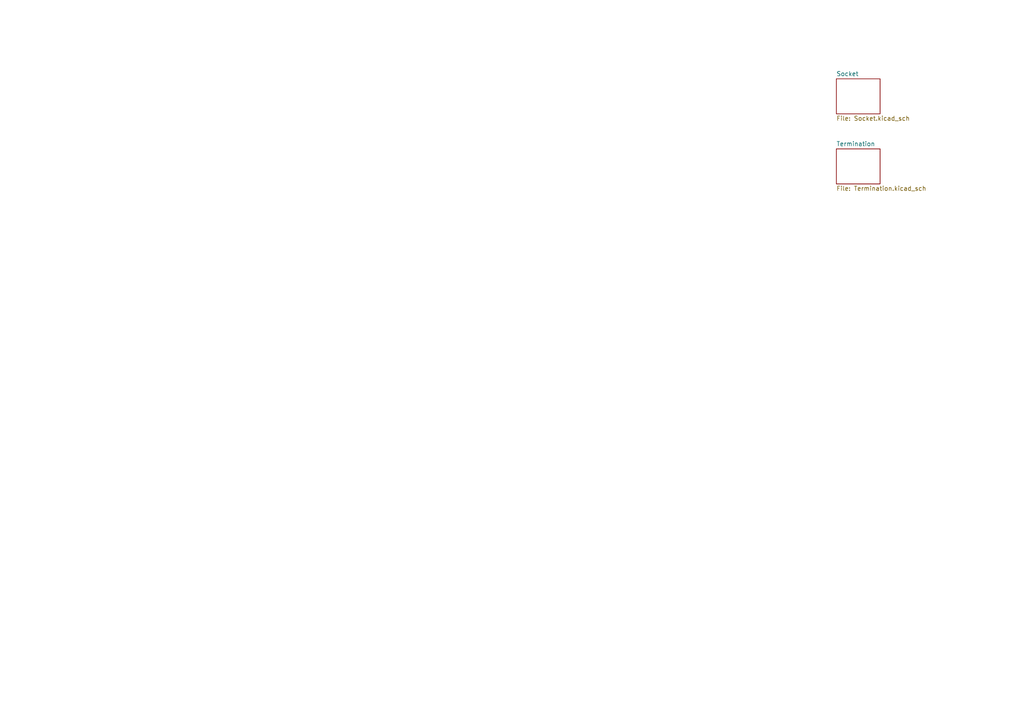
<source format=kicad_sch>
(kicad_sch (version 20230121) (generator eeschema)
  (paper "A4")
  (title_block (title "IVB-BP8") (rev "1"))
  (lib_symbols)
  (sheet (at 242.57 43.18) (size 12.7 10.16) (stroke (width 0.1524))
    (property "Sheetname" "Termination" (at 242.57 42.4684 0) (effects (justify left bottom)))
    (property "Sheetfile" "Termination.kicad_sch" (at 242.57 53.9246 0) (effects (justify left top)))
  )
  (sheet (at 242.57 22.86) (size 12.7 10.16) (stroke (width 0.1524))
    (property "Sheetname" "Socket" (at 242.57 22.1484 0) (effects (justify left bottom)))
    (property "Sheetfile" "Socket.kicad_sch" (at 242.57 33.6046 0) (effects (justify left top)))
  )
)
</source>
